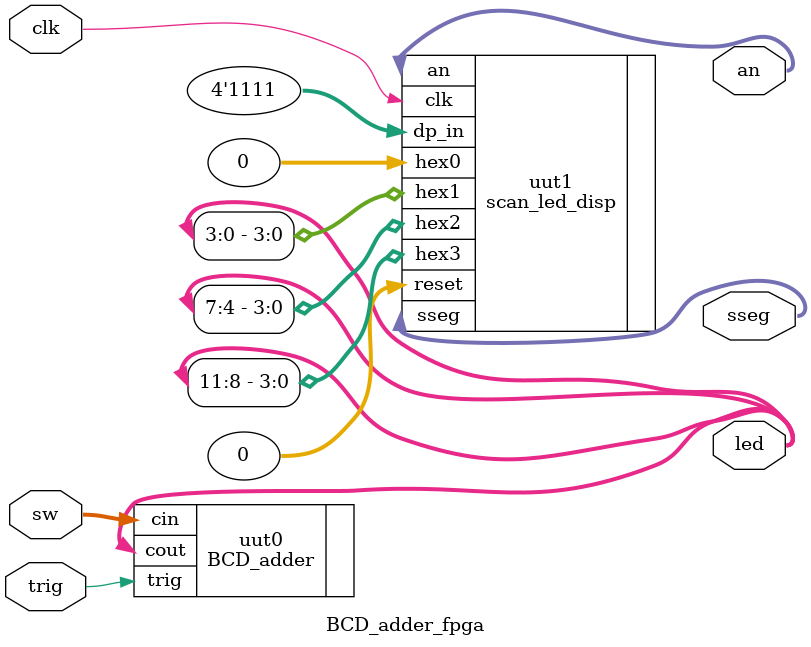
<source format=v>
module BCD_adder_fpga(
    input clk,
    input trig,
    input [11:0] sw,
    output [11:0] led,
    output [3:0] an,
    output [7:0] sseg
);


BCD_adder uut0(.trig(trig),.cin(sw),.cout(led));
scan_led_disp uut1 (.clk(clk),.reset(0),.hex3(led[11:8]),.hex2(led[7:4]),.hex1(led[3:0]),.hex0(0),.dp_in(4'b1111),.an(an),.sseg(sseg));
endmodule
</source>
